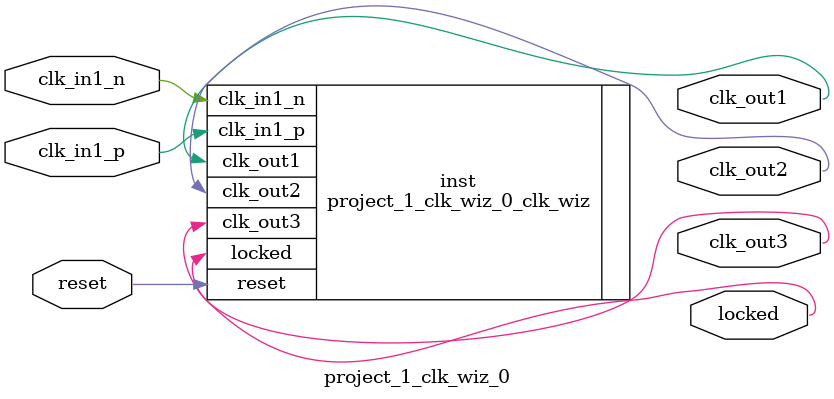
<source format=v>


`timescale 1ps/1ps

(* CORE_GENERATION_INFO = "project_1_clk_wiz_0,clk_wiz_v6_0_11_0_0,{component_name=project_1_clk_wiz_0,use_phase_alignment=false,use_min_o_jitter=false,use_max_i_jitter=false,use_dyn_phase_shift=false,use_inclk_switchover=false,use_dyn_reconfig=false,enable_axi=0,feedback_source=FDBK_AUTO,PRIMITIVE=MMCM,num_out_clk=3,clkin1_period=10.000,clkin2_period=10.000,use_power_down=false,use_reset=true,use_locked=true,use_inclk_stopped=false,feedback_type=SINGLE,CLOCK_MGR_TYPE=NA,manual_override=false}" *)

module project_1_clk_wiz_0 
 (
  // Clock out ports
  output        clk_out1,
  output        clk_out2,
  output        clk_out3,
  // Status and control signals
  input         reset,
  output        locked,
 // Clock in ports
  input         clk_in1_p,
  input         clk_in1_n
 );

  project_1_clk_wiz_0_clk_wiz inst
  (
  // Clock out ports  
  .clk_out1(clk_out1),
  .clk_out2(clk_out2),
  .clk_out3(clk_out3),
  // Status and control signals               
  .reset(reset), 
  .locked(locked),
 // Clock in ports
  .clk_in1_p(clk_in1_p),
  .clk_in1_n(clk_in1_n)
  );

endmodule

</source>
